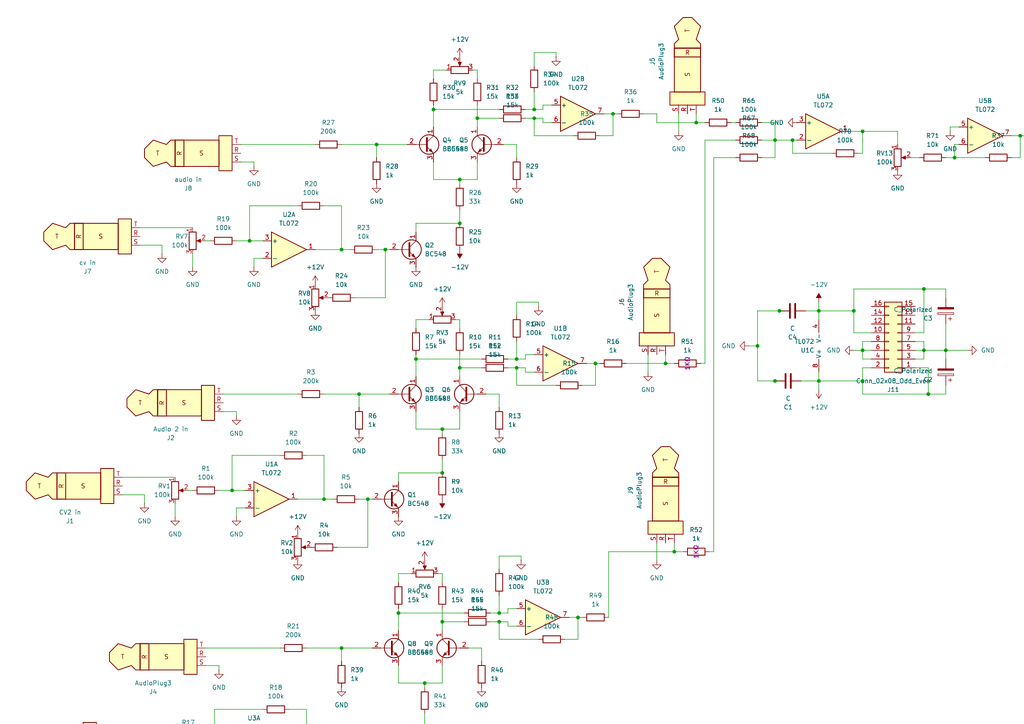
<source format=kicad_sch>
(kicad_sch (version 20250114) (generator "eeschema") (generator_version "9.0")
  (paper "A4")
  (junction (at 133.35 106.68))
  (junction (at 219.71 100.33))
  (junction (at 144.78 177.8))
  (junction (at 229.87 40.64))
  (junction (at 224.79 110.49))
  (junction (at 237.49 110.49))
  (junction (at 149.86 106.68))
  (junction (at 195.58 160.02))
  (junction (at 247.65 90.17))
  (junction (at 93.98 144.78))
  (junction (at 267.97 83.82))
  (junction (at 133.35 52.07))
  (junction (at 62.23 215.9))
  (junction (at 167.64 179.07))
  (junction (at 109.22 41.91))
  (junction (at 123.19 210.82))
  (junction (at 269.24 114.3))
  (junction (at 274.32 101.6))
  (junction (at 250.19 110.49))
  (junction (at 104.14 114.3))
  (junction (at 138.43 34.29))
  (junction (at 99.06 187.96))
  (junction (at 154.94 31.75))
  (junction (at 224.79 40.64))
  (junction (at 125.73 31.75))
  (junction (at 250.19 38.1))
  (junction (at 144.78 180.34))
  (junction (at 149.86 104.14))
  (junction (at 133.35 64.77))
  (junction (at 276.86 45.72))
  (junction (at 72.39 69.85))
  (junction (at 101.6 218.44))
  (junction (at 120.65 104.14))
  (junction (at 226.06 90.17))
  (junction (at 154.94 34.29))
  (junction (at 115.57 177.8))
  (junction (at 128.27 137.16))
  (junction (at 267.97 101.6))
  (junction (at 295.91 39.37))
  (junction (at 201.93 35.56))
  (junction (at 177.8 33.02))
  (junction (at 237.49 90.17))
  (junction (at 128.27 180.34))
  (junction (at 123.19 198.12))
  (junction (at 88.9 218.44))
  (junction (at 172.72 105.41))
  (junction (at 67.31 142.24))
  (junction (at 111.76 72.39))
  (junction (at 250.19 101.6))
  (junction (at 99.06 72.39))
  (junction (at 193.04 105.41))
  (junction (at 106.68 144.78))
  (junction (at 128.27 124.46))
  (wire (pts (xy 300.99 44.45) (xy 303.53 44.45)))
  (wire (pts (xy 201.93 35.56) (xy 204.47 35.56)))
  (wire (pts (xy 55.88 73.66) (xy 55.88 77.47)))
  (wire (pts (xy 274.32 111.76) (xy 274.32 114.3)))
  (wire (pts (xy 120.65 64.77) (xy 120.65 67.31)))
  (wire (pts (xy 237.49 110.49) (xy 237.49 107.95)))
  (wire (pts (xy 128.27 124.46) (xy 133.35 124.46)))
  (wire (pts (xy 138.43 30.48) (xy 138.43 34.29)))
  (wire (pts (xy 129.54 20.32) (xy 125.73 20.32)))
  (wire (pts (xy 104.14 114.3) (xy 113.03 114.3)))
  (wire (pts (xy 50.8 146.05) (xy 50.8 149.86)))
  (wire (pts (xy 219.71 100.33) (xy 219.71 90.17)))
  (wire (pts (xy 220.98 40.64) (xy 224.79 40.64)))
  (wire (pts (xy 250.19 38.1) (xy 260.35 38.1)))
  (wire (pts (xy 154.94 15.24) (xy 154.94 19.05)))
  (wire (pts (xy 88.9 218.44) (xy 91.44 218.44)))
  (wire (pts (xy 76.2 205.74) (xy 62.23 205.74)))
  (wire (pts (xy 295.91 45.72) (xy 295.91 39.37)))
  (wire (pts (xy 267.97 104.14) (xy 267.97 101.6)))
  (wire (pts (xy 267.97 101.6) (xy 274.32 101.6)))
  (wire (pts (xy 120.65 119.38) (xy 120.65 124.46)))
  (wire (pts (xy 220.98 35.56) (xy 224.79 35.56)))
  (wire (pts (xy 101.6 218.44) (xy 102.87 218.44)))
  (wire (pts (xy 147.32 104.14) (xy 149.86 104.14)))
  (wire (pts (xy 102.87 86.36) (xy 111.76 86.36)))
  (wire (pts (xy 168.91 111.76) (xy 172.72 111.76)))
  (wire (pts (xy 224.79 110.49) (xy 219.71 110.49)))
  (wire (pts (xy 220.98 45.72) (xy 224.79 45.72)))
  (wire (pts (xy 205.74 160.02) (xy 207.01 160.02)))
  (wire (pts (xy 267.97 101.6) (xy 267.97 99.06)))
  (wire (pts (xy 274.32 114.3) (xy 269.24 114.3)))
  (wire (pts (xy 99.06 59.69) (xy 93.98 59.69)))
  (wire (pts (xy 110.49 210.82) (xy 123.19 210.82)))
  (wire (pts (xy 154.94 34.29) (xy 154.94 39.37)))
  (wire (pts (xy 69.85 46.99) (xy 73.66 46.99)))
  (wire (pts (xy 250.19 110.49) (xy 250.19 106.68)))
  (wire (pts (xy 152.4 104.14) (xy 152.4 102.87)))
  (wire (pts (xy 237.49 92.71) (xy 237.49 90.17)))
  (wire (pts (xy 135.89 187.96) (xy 139.7 187.96)))
  (wire (pts (xy 149.86 87.63) (xy 156.21 87.63)))
  (wire (pts (xy 68.58 147.32) (xy 68.58 149.86)))
  (wire (pts (xy 120.65 102.87) (xy 120.65 104.14)))
  (wire (pts (xy 219.71 100.33) (xy 217.17 100.33)))
  (wire (pts (xy 181.61 105.41) (xy 193.04 105.41)))
  (wire (pts (xy 149.86 99.06) (xy 149.86 104.14)))
  (wire (pts (xy 247.65 90.17) (xy 247.65 83.82)))
  (wire (pts (xy 274.32 101.6) (xy 274.32 104.14)))
  (wire (pts (xy 196.85 33.02) (xy 196.85 38.1)))
  (wire (pts (xy 133.35 52.07) (xy 133.35 53.34)))
  (wire (pts (xy 93.98 144.78) (xy 93.98 132.08)))
  (wire (pts (xy 138.43 34.29) (xy 144.78 34.29)))
  (wire (pts (xy 157.48 35.56) (xy 160.02 35.56)))
  (wire (pts (xy 274.32 83.82) (xy 274.32 86.36)))
  (wire (pts (xy 123.19 198.12) (xy 128.27 198.12)))
  (wire (pts (xy 120.65 124.46) (xy 128.27 124.46)))
  (wire (pts (xy 99.06 187.96) (xy 99.06 191.77)))
  (wire (pts (xy 88.9 187.96) (xy 99.06 187.96)))
  (wire (pts (xy 149.86 104.14) (xy 152.4 104.14)))
  (wire (pts (xy 73.66 46.99) (xy 73.66 48.26)))
  (wire (pts (xy 152.4 102.87) (xy 154.94 102.87)))
  (wire (pts (xy 224.79 35.56) (xy 224.79 40.64)))
  (wire (pts (xy 252.73 101.6) (xy 250.19 101.6)))
  (wire (pts (xy 250.19 101.6) (xy 250.19 99.06)))
  (wire (pts (xy 247.65 83.82) (xy 267.97 83.82)))
  (wire (pts (xy 120.65 104.14) (xy 120.65 109.22)))
  (wire (pts (xy 73.66 74.93) (xy 76.2 74.93)))
  (wire (pts (xy 207.01 45.72) (xy 213.36 45.72)))
  (wire (pts (xy 128.27 166.37) (xy 128.27 168.91)))
  (wire (pts (xy 146.05 41.91) (xy 149.86 41.91)))
  (wire (pts (xy 58.42 215.9) (xy 62.23 215.9)))
  (wire (pts (xy 125.73 52.07) (xy 133.35 52.07)))
  (wire (pts (xy 109.22 72.39) (xy 111.76 72.39)))
  (wire (pts (xy 86.36 144.78) (xy 93.98 144.78)))
  (wire (pts (xy 147.32 176.53) (xy 149.86 176.53)))
  (wire (pts (xy 260.35 38.1) (xy 260.35 41.91)))
  (wire (pts (xy 278.13 36.83) (xy 275.59 36.83)))
  (wire (pts (xy 177.8 33.02) (xy 179.07 33.02)))
  (wire (pts (xy 267.97 99.06) (xy 265.43 99.06)))
  (wire (pts (xy 276.86 45.72) (xy 276.86 41.91)))
  (wire (pts (xy 172.72 111.76) (xy 172.72 105.41)))
  (wire (pts (xy 152.4 107.95) (xy 154.94 107.95)))
  (wire (pts (xy 35.56 138.43) (xy 50.8 138.43)))
  (wire (pts (xy 267.97 83.82) (xy 274.32 83.82)))
  (wire (pts (xy 247.65 96.52) (xy 247.65 90.17)))
  (wire (pts (xy 227.33 110.49) (xy 224.79 110.49)))
  (wire (pts (xy 228.6 90.17) (xy 226.06 90.17)))
  (wire (pts (xy 226.06 90.17) (xy 219.71 90.17)))
  (wire (pts (xy 154.94 26.67) (xy 154.94 31.75)))
  (wire (pts (xy 115.57 177.8) (xy 115.57 182.88)))
  (wire (pts (xy 250.19 110.49) (xy 237.49 110.49)))
  (wire (pts (xy 120.65 92.71) (xy 120.65 95.25)))
  (wire (pts (xy 128.27 124.46) (xy 128.27 125.73)))
  (wire (pts (xy 133.35 102.87) (xy 133.35 106.68)))
  (wire (pts (xy 144.78 161.29) (xy 144.78 165.1)))
  (wire (pts (xy 237.49 90.17) (xy 233.68 90.17)))
  (wire (pts (xy 276.86 41.91) (xy 278.13 41.91)))
  (wire (pts (xy 207.01 160.02) (xy 207.01 45.72)))
  (wire (pts (xy 269.24 114.3) (xy 250.19 114.3)))
  (wire (pts (xy 280.67 101.6) (xy 274.32 101.6)))
  (wire (pts (xy 229.87 40.64) (xy 231.14 40.64)))
  (wire (pts (xy 125.73 20.32) (xy 125.73 22.86)))
  (wire (pts (xy 99.06 41.91) (xy 109.22 41.91)))
  (wire (pts (xy 250.19 114.3) (xy 250.19 110.49)))
  (wire (pts (xy 237.49 110.49) (xy 232.41 110.49)))
  (wire (pts (xy 138.43 34.29) (xy 138.43 36.83)))
  (wire (pts (xy 149.86 106.68) (xy 152.4 106.68)))
  (wire (pts (xy 97.79 158.75) (xy 106.68 158.75)))
  (wire (pts (xy 172.72 105.41) (xy 173.99 105.41)))
  (wire (pts (xy 265.43 106.68) (xy 269.24 106.68)))
  (wire (pts (xy 30.48 217.17) (xy 36.83 217.17)))
  (wire (pts (xy 195.58 160.02) (xy 198.12 160.02)))
  (wire (pts (xy 125.73 46.99) (xy 125.73 52.07)))
  (wire (pts (xy 250.19 99.06) (xy 252.73 99.06)))
  (wire (pts (xy 190.5 35.56) (xy 201.93 35.56)))
  (wire (pts (xy 176.53 160.02) (xy 176.53 179.07)))
  (wire (pts (xy 265.43 96.52) (xy 267.97 96.52)))
  (wire (pts (xy 250.19 104.14) (xy 250.19 101.6)))
  (wire (pts (xy 111.76 72.39) (xy 111.76 86.36)))
  (wire (pts (xy 250.19 106.68) (xy 252.73 106.68)))
  (wire (pts (xy 151.13 161.29) (xy 151.13 162.56)))
  (wire (pts (xy 163.83 185.42) (xy 167.64 185.42)))
  (wire (pts (xy 88.9 205.74) (xy 83.82 205.74)))
  (wire (pts (xy 248.92 44.45) (xy 250.19 44.45)))
  (wire (pts (xy 133.35 92.71) (xy 133.35 95.25)))
  (wire (pts (xy 101.6 218.44) (xy 101.6 232.41)))
  (wire (pts (xy 274.32 45.72) (xy 276.86 45.72)))
  (wire (pts (xy 36.83 217.17) (xy 36.83 219.71)))
  (wire (pts (xy 161.29 15.24) (xy 161.29 16.51)))
  (wire (pts (xy 63.5 142.24) (xy 67.31 142.24)))
  (wire (pts (xy 187.96 102.87) (xy 187.96 107.95)))
  (wire (pts (xy 252.73 96.52) (xy 247.65 96.52)))
  (wire (pts (xy 115.57 177.8) (xy 134.62 177.8)))
  (wire (pts (xy 109.22 41.91) (xy 109.22 45.72)))
  (wire (pts (xy 138.43 46.99) (xy 138.43 52.07)))
  (wire (pts (xy 64.77 114.3) (xy 86.36 114.3)))
  (wire (pts (xy 138.43 20.32) (xy 138.43 22.86)))
  (wire (pts (xy 152.4 31.75) (xy 154.94 31.75)))
  (wire (pts (xy 154.94 31.75) (xy 157.48 31.75)))
  (wire (pts (xy 110.49 210.82) (xy 110.49 213.36)))
  (wire (pts (xy 140.97 114.3) (xy 144.78 114.3)))
  (wire (pts (xy 229.87 44.45) (xy 241.3 44.45)))
  (wire (pts (xy 149.86 111.76) (xy 161.29 111.76)))
  (wire (pts (xy 295.91 39.37) (xy 293.37 39.37)))
  (wire (pts (xy 144.78 114.3) (xy 144.78 118.11)))
  (wire (pts (xy 300.99 48.26) (xy 300.99 44.45)))
  (wire (pts (xy 106.68 144.78) (xy 107.95 144.78)))
  (wire (pts (xy 68.58 69.85) (xy 72.39 69.85)))
  (wire (pts (xy 93.98 132.08) (xy 88.9 132.08)))
  (wire (pts (xy 86.36 59.69) (xy 72.39 59.69)))
  (wire (pts (xy 224.79 40.64) (xy 229.87 40.64)))
  (wire (pts (xy 93.98 114.3) (xy 104.14 114.3)))
  (wire (pts (xy 64.77 119.38) (xy 68.58 119.38)))
  (wire (pts (xy 59.69 187.96) (xy 81.28 187.96)))
  (wire (pts (xy 157.48 30.48) (xy 160.02 30.48)))
  (wire (pts (xy 111.76 72.39) (xy 113.03 72.39)))
  (wire (pts (xy 46.99 71.12) (xy 46.99 73.66)))
  (wire (pts (xy 104.14 114.3) (xy 104.14 118.11)))
  (wire (pts (xy 115.57 193.04) (xy 115.57 198.12)))
  (wire (pts (xy 115.57 137.16) (xy 128.27 137.16)))
  (wire (pts (xy 139.7 187.96) (xy 139.7 191.77)))
  (wire (pts (xy 144.78 180.34) (xy 144.78 185.42)))
  (wire (pts (xy 147.32 180.34) (xy 147.32 181.61)))
  (wire (pts (xy 62.23 215.9) (xy 66.04 215.9)))
  (wire (pts (xy 193.04 102.87) (xy 193.04 105.41)))
  (wire (pts (xy 40.64 71.12) (xy 46.99 71.12)))
  (wire (pts (xy 203.2 105.41) (xy 204.47 105.41)))
  (wire (pts (xy 123.19 198.12) (xy 123.19 199.39)))
  (wire (pts (xy 81.28 218.44) (xy 88.9 218.44)))
  (wire (pts (xy 154.94 15.24) (xy 161.29 15.24)))
  (wire (pts (xy 157.48 31.75) (xy 157.48 30.48)))
  (wire (pts (xy 237.49 90.17) (xy 247.65 90.17)))
  (wire (pts (xy 125.73 31.75) (xy 125.73 36.83)))
  (wire (pts (xy 133.35 92.71) (xy 132.08 92.71)))
  (wire (pts (xy 142.24 177.8) (xy 144.78 177.8)))
  (wire (pts (xy 67.31 132.08) (xy 67.31 142.24)))
  (wire (pts (xy 229.87 40.64) (xy 229.87 44.45)))
  (wire (pts (xy 115.57 176.53) (xy 115.57 177.8)))
  (wire (pts (xy 154.94 34.29) (xy 157.48 34.29)))
  (wire (pts (xy 54.61 142.24) (xy 55.88 142.24)))
  (wire (pts (xy 115.57 198.12) (xy 123.19 198.12)))
  (wire (pts (xy 49.53 215.9) (xy 50.8 215.9)))
  (wire (pts (xy 144.78 180.34) (xy 147.32 180.34)))
  (wire (pts (xy 246.38 38.1) (xy 250.19 38.1)))
  (wire (pts (xy 219.71 110.49) (xy 219.71 100.33)))
  (wire (pts (xy 68.58 147.32) (xy 71.12 147.32)))
  (wire (pts (xy 104.14 144.78) (xy 106.68 144.78)))
  (wire (pts (xy 144.78 161.29) (xy 151.13 161.29)))
  (wire (pts (xy 72.39 69.85) (xy 76.2 69.85)))
  (wire (pts (xy 152.4 106.68) (xy 152.4 107.95)))
  (wire (pts (xy 190.5 33.02) (xy 190.5 35.56)))
  (wire (pts (xy 67.31 142.24) (xy 71.12 142.24)))
  (wire (pts (xy 293.37 45.72) (xy 295.91 45.72)))
  (wire (pts (xy 144.78 172.72) (xy 144.78 177.8)))
  (wire (pts (xy 73.66 74.93) (xy 73.66 77.47)))
  (wire (pts (xy 109.22 41.91) (xy 118.11 41.91)))
  (wire (pts (xy 133.35 119.38) (xy 133.35 124.46)))
  (wire (pts (xy 128.27 166.37) (xy 127 166.37)))
  (wire (pts (xy 40.64 66.04) (xy 55.88 66.04)))
  (wire (pts (xy 212.09 35.56) (xy 213.36 35.56)))
  (wire (pts (xy 125.73 30.48) (xy 125.73 31.75)))
  (wire (pts (xy 128.27 193.04) (xy 128.27 198.12)))
  (wire (pts (xy 201.93 33.02) (xy 201.93 35.56)))
  (wire (pts (xy 142.24 180.34) (xy 144.78 180.34)))
  (wire (pts (xy 154.94 39.37) (xy 166.37 39.37)))
  (wire (pts (xy 147.32 177.8) (xy 147.32 176.53)))
  (wire (pts (xy 128.27 180.34) (xy 134.62 180.34)))
  (wire (pts (xy 123.19 207.01) (xy 123.19 210.82)))
  (wire (pts (xy 267.97 101.6) (xy 265.43 101.6)))
  (wire (pts (xy 124.46 92.71) (xy 120.65 92.71)))
  (wire (pts (xy 99.06 72.39) (xy 99.06 59.69)))
  (wire (pts (xy 59.69 193.04) (xy 63.5 193.04)))
  (wire (pts (xy 99.06 218.44) (xy 101.6 218.44)))
  (wire (pts (xy 252.73 104.14) (xy 250.19 104.14)))
  (wire (pts (xy 120.65 64.77) (xy 133.35 64.77)))
  (wire (pts (xy 147.32 181.61) (xy 149.86 181.61)))
  (wire (pts (xy 269.24 106.68) (xy 269.24 114.3)))
  (wire (pts (xy 30.48 212.09) (xy 45.72 212.09)))
  (wire (pts (xy 176.53 160.02) (xy 195.58 160.02)))
  (wire (pts (xy 152.4 34.29) (xy 154.94 34.29)))
  (wire (pts (xy 224.79 40.64) (xy 224.79 45.72)))
  (wire (pts (xy 267.97 96.52) (xy 267.97 83.82)))
  (wire (pts (xy 265.43 104.14) (xy 267.97 104.14)))
  (wire (pts (xy 99.06 187.96) (xy 107.95 187.96)))
  (wire (pts (xy 91.44 72.39) (xy 99.06 72.39)))
  (wire (pts (xy 276.86 45.72) (xy 285.75 45.72)))
  (wire (pts (xy 99.06 72.39) (xy 101.6 72.39)))
  (wire (pts (xy 149.86 106.68) (xy 149.86 111.76)))
  (wire (pts (xy 237.49 113.03) (xy 237.49 110.49)))
  (wire (pts (xy 138.43 20.32) (xy 137.16 20.32)))
  (wire (pts (xy 81.28 132.08) (xy 67.31 132.08)))
  (wire (pts (xy 186.69 33.02) (xy 190.5 33.02)))
  (wire (pts (xy 264.16 45.72) (xy 266.7 45.72)))
  (wire (pts (xy 204.47 105.41) (xy 204.47 40.64)))
  (wire (pts (xy 193.04 105.41) (xy 195.58 105.41)))
  (wire (pts (xy 147.32 106.68) (xy 149.86 106.68)))
  (wire (pts (xy 195.58 157.48) (xy 195.58 160.02)))
  (wire (pts (xy 144.78 185.42) (xy 156.21 185.42)))
  (wire (pts (xy 62.23 205.74) (xy 62.23 215.9)))
  (wire (pts (xy 128.27 176.53) (xy 128.27 180.34)))
  (wire (pts (xy 35.56 143.51) (xy 41.91 143.51)))
  (wire (pts (xy 68.58 119.38) (xy 68.58 120.65)))
  (wire (pts (xy 165.1 179.07) (xy 167.64 179.07)))
  (wire (pts (xy 167.64 179.07) (xy 168.91 179.07)))
  (wire (pts (xy 133.35 106.68) (xy 133.35 109.22)))
  (wire (pts (xy 167.64 185.42) (xy 167.64 179.07)))
  (wire (pts (xy 247.65 101.6) (xy 250.19 101.6)))
  (wire (pts (xy 106.68 144.78) (xy 106.68 158.75)))
  (wire (pts (xy 275.59 36.83) (xy 275.59 38.1)))
  (wire (pts (xy 133.35 52.07) (xy 138.43 52.07)))
  (wire (pts (xy 41.91 143.51) (xy 41.91 146.05)))
  (wire (pts (xy 125.73 31.75) (xy 144.78 31.75)))
  (wire (pts (xy 175.26 33.02) (xy 177.8 33.02)))
  (wire (pts (xy 274.32 93.98) (xy 274.32 101.6)))
  (wire (pts (xy 88.9 218.44) (xy 88.9 205.74)))
  (wire (pts (xy 177.8 39.37) (xy 177.8 33.02)))
  (wire (pts (xy 63.5 220.98) (xy 63.5 223.52)))
  (wire (pts (xy 128.27 133.35) (xy 128.27 137.16)))
  (wire (pts (xy 133.35 106.68) (xy 139.7 106.68)))
  (wire (pts (xy 119.38 166.37) (xy 115.57 166.37)))
  (wire (pts (xy 115.57 166.37) (xy 115.57 168.91)))
  (wire (pts (xy 170.18 105.41) (xy 172.72 105.41)))
  (wire (pts (xy 59.69 69.85) (xy 60.96 69.85)))
  (wire (pts (xy 204.47 40.64) (xy 213.36 40.64)))
  (wire (pts (xy 72.39 59.69) (xy 72.39 69.85)))
  (wire (pts (xy 63.5 193.04) (xy 63.5 194.31)))
  (wire (pts (xy 173.99 39.37) (xy 177.8 39.37)))
  (wire (pts (xy 237.49 90.17) (xy 237.49 87.63)))
  (wire (pts (xy 156.21 87.63) (xy 156.21 88.9)))
  (wire (pts (xy 120.65 104.14) (xy 139.7 104.14)))
  (wire (pts (xy 128.27 180.34) (xy 128.27 182.88)))
  (wire (pts (xy 69.85 41.91) (xy 91.44 41.91)))
  (wire (pts (xy 157.48 34.29) (xy 157.48 35.56)))
  (wire (pts (xy 93.98 144.78) (xy 96.52 144.78)))
  (wire (pts (xy 45.72 219.71) (xy 45.72 223.52)))
  (wire (pts (xy 92.71 232.41) (xy 101.6 232.41)))
  (wire (pts (xy 250.19 44.45) (xy 250.19 38.1)))
  (wire (pts (xy 115.57 137.16) (xy 115.57 139.7)))
  (wire (pts (xy 149.86 87.63) (xy 149.86 91.44)))
  (wire (pts (xy 149.86 41.91) (xy 149.86 45.72)))
  (wire (pts (xy 133.35 60.96) (xy 133.35 64.77)))
  (wire (pts (xy 63.5 220.98) (xy 66.04 220.98)))
  (wire (pts (xy 144.78 177.8) (xy 147.32 177.8)))
  (wire (pts (xy 295.91 39.37) (xy 303.53 39.37)))
  (wire (pts (xy 190.5 157.48) (xy 190.5 162.56)))
  (symbol (lib_id "Connector_Audio:AudioPlug3") (at 54.61 44.45 0) (mirror x) (unit 1)
    (property "Reference" "J8" (at 54.61 54.61 0))
    (property "Value" "audio in" (at 54.61 52.07 0))
    (property "Footprint" "Connector_Audio:Jack_3.5mm_QingPu_WQP-PJ398SM_Vertical_CircularHoles" (effects (hide yes)))
    (property "Description" "Audio Jack, 3 Poles (Stereo / TRS)" (effects (hide yes)))
  )
  (symbol (lib_id "power:+12V") (at 123.19 162.56 0) (unit 1)
    (property "Reference" "#PWR033" (effects (hide yes)))
    (property "Value" "+12V" (at 123.19 157.48 0))
    (property "Description" "Power symbol creates a global label with name \"+12V\"" (effects (hide yes)))
  )
  (symbol (lib_id "power:GND") (at 73.66 48.26 0) (unit 1)
    (property "Reference" "#PWR029" (effects (hide yes)))
    (property "Value" "GND" (at 73.66 53.34 0))
    (property "Description" "Power symbol creates a global label with name \"GND\" , ground" (effects (hide yes)))
  )
  (symbol (lib_id "Amplifier_Operational:TL072") (at 285.75 39.37 0) (unit 2)
    (property "Reference" "U5" (at 285.75 29.21 0))
    (property "Value" "TL072" (at 285.75 31.75 0))
    (property "Footprint" "Package_DIP:DIP-8_W7.62mm" (effects (hide yes)))
    (property "Datasheet" "http://www.ti.com/lit/ds/symlink/tl071.pdf" (effects (hide yes)))
    (property "Description" "Dual Low-Noise JFET-Input Operational Amplifiers, DIP-8/SOIC-8" (effects (hide yes)))
  )
  (symbol (lib_id "Device:R") (at 144.78 168.91 0) (unit 1)
    (property "Reference" "R47" (at 147.32 167.6399 0) (effects (justify left)))
    (property "Value" "100k" (at 147.32 170.1799 0) (effects (justify left)))
    (property "Footprint" "Resistor_THT:R_Axial_DIN0207_L6.3mm_D2.5mm_P7.62mm_Horizontal" (effects (hide yes)))
    (property "Description" "Resistor" (effects (hide yes)))
  )
  (symbol (lib_id "power:GND") (at 86.36 162.56 0) (unit 1)
    (property "Reference" "#PWR06" (effects (hide yes)))
    (property "Value" "GND" (at 86.36 167.64 0))
    (property "Description" "Power symbol creates a global label with name \"GND\" , ground" (effects (hide yes)))
  )
  (symbol (lib_id "Device:R") (at 149.86 49.53 0) (unit 1)
    (property "Reference" "R29" (at 152.4 48.2599 0) (effects (justify left)))
    (property "Value" "1k" (at 152.4 50.7999 0) (effects (justify left)))
    (property "Footprint" "Resistor_THT:R_Axial_DIN0207_L6.3mm_D2.5mm_P7.62mm_Horizontal" (effects (hide yes)))
    (property "Description" "Resistor" (effects (hide yes)))
  )
  (symbol (lib_id "Device:R") (at 85.09 132.08 270) (unit 1)
    (property "Reference" "R2" (at 85.09 125.73 90))
    (property "Value" "100k" (at 85.09 128.27 90))
    (property "Footprint" "Resistor_THT:R_Axial_DIN0207_L6.3mm_D2.5mm_P7.62mm_Horizontal" (effects (hide yes)))
    (property "Description" "Resistor" (effects (hide yes)))
  )
  (symbol (lib_id "power:GND") (at 68.58 149.86 0) (unit 1)
    (property "Reference" "#PWR04" (effects (hide yes)))
    (property "Value" "GND" (at 68.58 154.94 0))
    (property "Description" "Power symbol creates a global label with name \"GND\" , ground" (effects (hide yes)))
  )
  (symbol (lib_id "power:+12V") (at 91.44 82.55 0) (unit 1)
    (property "Reference" "#PWR025" (effects (hide yes)))
    (property "Value" "+12V" (at 91.44 77.47 0))
    (property "Description" "Power symbol creates a global label with name \"+12V\"" (effects (hide yes)))
  )
  (symbol (lib_id "Connector_Audio:AudioPlug3") (at 318.77 41.91 180) (unit 1)
    (property "Reference" "J14" (at 318.77 52.07 0))
    (property "Value" "AudioPlug3" (at 318.77 49.53 0))
    (property "Footprint" "Connector_Audio:Jack_3.5mm_QingPu_WQP-PJ398SM_Vertical_CircularHoles" (effects (hide yes)))
    (property "Description" "Audio Jack, 3 Poles (Stereo / TRS)" (effects (hide yes)))
  )
  (symbol (lib_id "Device:R") (at 133.35 68.58 0) (unit 1)
    (property "Reference" "R25" (at 135.89 67.3099 0) (effects (justify left)))
    (property "Value" "10k" (at 135.89 69.8499 0) (effects (justify left)))
    (property "Footprint" "Resistor_THT:R_Axial_DIN0207_L6.3mm_D2.5mm_P7.62mm_Horizontal" (effects (hide yes)))
    (property "Description" "Resistor" (effects (hide yes)))
  )
  (symbol (lib_id "Transistor_BJT:BC548") (at 140.97 41.91 0) (mirror y) (unit 1)
    (property "Reference" "Q5" (at 135.89 40.6399 0) (effects (justify left)))
    (property "Value" "BC548" (at 135.89 43.1799 0) (effects (justify left)))
    (property "Footprint" "Package_TO_SOT_THT:TO-92_Inline" (effects (hide yes)))
    (property "Datasheet" "https://www.onsemi.com/pub/Collateral/BC550-D.pdf" (effects (hide yes)))
    (property "Description" "0.1A Ic, 30V Vce, Small Signal NPN Transistor, TO-92" (effects (hide yes)))
  )
  (symbol (lib_id "Device:R") (at 123.19 214.63 0) (unit 1)
    (property "Reference" "R42" (at 125.73 213.3599 0) (effects (justify left)))
    (property "Value" "10k" (at 125.73 215.8999 0) (effects (justify left)))
    (property "Footprint" "Resistor_THT:R_Axial_DIN0207_L6.3mm_D2.5mm_P7.62mm_Horizontal" (effects (hide yes)))
    (property "Description" "Resistor" (effects (hide yes)))
  )
  (symbol (lib_id "Device:R") (at 64.77 69.85 270) (unit 1)
    (property "Reference" "R19" (at 64.77 63.5 90))
    (property "Value" "100k" (at 64.77 66.04 90))
    (property "Footprint" "Resistor_THT:R_Axial_DIN0207_L6.3mm_D2.5mm_P7.62mm_Horizontal" (effects (hide yes)))
    (property "Description" "Resistor" (effects (hide yes)))
  )
  (symbol (lib_id "power:GND") (at 149.86 53.34 0) (unit 1)
    (property "Reference" "#PWR030" (effects (hide yes)))
    (property "Value" "GND" (at 149.86 58.42 0))
    (property "Description" "Power symbol creates a global label with name \"GND\" , ground" (effects (hide yes)))
  )
  (symbol (lib_id "Device:R") (at 154.94 22.86 0) (unit 1)
    (property "Reference" "R34" (at 157.48 21.5899 0) (effects (justify left)))
    (property "Value" "100k" (at 157.48 24.1299 0) (effects (justify left)))
    (property "Footprint" "Resistor_THT:R_Axial_DIN0207_L6.3mm_D2.5mm_P7.62mm_Horizontal" (effects (hide yes)))
    (property "Description" "Resistor" (effects (hide yes)))
  )
  (symbol (lib_id "Transistor_BJT:BC548") (at 107.95 218.44 0) (unit 1)
    (property "Reference" "Q7" (at 113.03 217.1699 0) (effects (justify left)))
    (property "Value" "BC548" (at 113.03 219.7099 0) (effects (justify left)))
    (property "Footprint" "Package_TO_SOT_THT:TO-92_Inline" (effects (hide yes)))
    (property "Datasheet" "https://www.onsemi.com/pub/Collateral/BC550-D.pdf" (effects (hide yes)))
    (property "Description" "0.1A Ic, 30V Vce, Small Signal NPN Transistor, TO-92" (effects (hide yes)))
  )
  (symbol (lib_id "Device:R") (at 149.86 95.25 0) (unit 1)
    (property "Reference" "R14" (at 152.4 93.9799 0) (effects (justify left)))
    (property "Value" "100k" (at 152.4 96.5199 0) (effects (justify left)))
    (property "Footprint" "Resistor_THT:R_Axial_DIN0207_L6.3mm_D2.5mm_P7.62mm_Horizontal" (effects (hide yes)))
    (property "Description" "Resistor" (effects (hide yes)))
  )
  (symbol (lib_id "Connector_Audio:AudioPlug3") (at 49.53 116.84 0) (mirror x) (unit 1)
    (property "Reference" "J2" (at 49.53 127 0))
    (property "Value" "Audio 2 in" (at 49.53 124.46 0))
    (property "Footprint" "Connector_Audio:Jack_3.5mm_QingPu_WQP-PJ398SM_Vertical_CircularHoles" (effects (hide yes)))
    (property "Description" "Audio Jack, 3 Poles (Stereo / TRS)" (effects (hide yes)))
  )
  (symbol (lib_id "Device:R_Potentiometer") (at 260.35 45.72 0) (unit 1)
    (property "Reference" "RV13" (at 259.08 44.4499 0) (effects (justify right)))
    (property "Value" "100k" (at 259.08 46.9899 0) (effects (justify right)))
    (property "Footprint" "Potentiometer_THT:Potentiometer_Alpha_RD901F-40-00D_Single_Vertical" (effects (hide yes)))
    (property "Description" "Potentiometer" (effects (hide yes)))
  )
  (symbol (lib_id "Device:R") (at 85.09 187.96 270) (unit 1)
    (property "Reference" "R21" (at 85.09 181.61 90))
    (property "Value" "200k" (at 85.09 184.15 90))
    (property "Footprint" "Resistor_THT:R_Axial_DIN0207_L6.3mm_D2.5mm_P7.62mm_Horizontal" (effects (hide yes)))
    (property "Description" "Resistor" (effects (hide yes)))
  )
  (symbol (lib_id "Device:R_Potentiometer") (at 133.35 20.32 90) (unit 1)
    (property "Reference" "RV9" (at 133.35 24.13 90))
    (property "Value" "5k" (at 133.35 26.67 90))
    (property "Footprint" "Potentiometer_THT:Potentiometer_Bourns_3296P_Horizontal" (effects (hide yes)))
    (property "Description" "Potentiometer" (effects (hide yes)))
  )
  (symbol (lib_id "Device:R") (at 289.56 45.72 90) (unit 1)
    (property "Reference" "R37" (at 289.56 39.37 90))
    (property "Value" "10k" (at 289.56 41.91 90))
    (property "Footprint" "Resistor_THT:R_Axial_DIN0207_L6.3mm_D2.5mm_P7.62mm_Horizontal" (effects (hide yes)))
    (property "Description" "Resistor" (effects (hide yes)))
  )
  (symbol (lib_id "Device:R_Potentiometer") (at 81.28 232.41 0) (unit 1)
    (property "Reference" "RV5" (at 80.01 231.1399 0) (effects (justify right)))
    (property "Value" "10k" (at 80.01 233.6799 0) (effects (justify right)))
    (property "Footprint" "Potentiometer_THT:Potentiometer_Bourns_3296P_Horizontal" (effects (hide yes)))
    (property "Description" "Potentiometer" (effects (hide yes)))
  )
  (symbol (lib_id "Device:R") (at 128.27 129.54 0) (unit 1)
    (property "Reference" "R8" (at 130.81 128.2699 0) (effects (justify left)))
    (property "Value" "33k" (at 130.81 130.8099 0) (effects (justify left)))
    (property "Footprint" "Resistor_THT:R_Axial_DIN0207_L6.3mm_D2.5mm_P7.62mm_Horizontal" (effects (hide yes)))
    (property "Description" "Resistor" (effects (hide yes)))
  )
  (symbol (lib_id "Amplifier_Operational:TL072") (at 162.56 105.41 0) (unit 2)
    (property "Reference" "U1" (at 162.56 95.25 0))
    (property "Value" "TL072" (at 162.56 97.79 0))
    (property "Footprint" "Package_DIP:DIP-8_W7.62mm" (effects (hide yes)))
    (property "Datasheet" "http://www.ti.com/lit/ds/symlink/tl071.pdf" (effects (hide yes)))
    (property "Description" "Dual Low-Noise JFET-Input Operational Amplifiers, DIP-8/SOIC-8" (effects (hide yes)))
  )
  (symbol (lib_id "Device:C") (at 228.6 110.49 270) (unit 1)
    (property "Reference" "C1" (at 228.6 118.11 90))
    (property "Value" "C" (at 228.6 115.57 90))
    (property "Footprint" "Capacitor_THT:C_Disc_D3.0mm_W1.6mm_P2.50mm" (effects (hide yes)))
    (property "Description" "Unpolarized capacitor" (effects (hide yes)))
  )
  (symbol (lib_id "power:GND") (at 63.5 223.52 0) (unit 1)
    (property "Reference" "#PWR016" (effects (hide yes)))
    (property "Value" "GND" (at 63.5 228.6 0))
    (property "Description" "Power symbol creates a global label with name \"GND\" , ground" (effects (hide yes)))
  )
  (symbol (lib_id "Device:R_Potentiometer") (at 123.19 166.37 90) (unit 1)
    (property "Reference" "RV6" (at 123.19 170.18 90))
    (property "Value" "5k" (at 123.19 172.72 90))
    (property "Footprint" "Potentiometer_THT:Potentiometer_Bourns_3296P_Horizontal" (effects (hide yes)))
    (property "Description" "Potentiometer" (effects (hide yes)))
  )
  (symbol (lib_id "power:GND") (at 156.21 88.9 0) (unit 1)
    (property "Reference" "#PWR012" (effects (hide yes)))
    (property "Value" "GND" (at 156.21 93.98 0))
    (property "Description" "Power symbol creates a global label with name \"GND\" , ground" (effects (hide yes)))
  )
  (symbol (lib_id "Device:R") (at 208.28 35.56 90) (unit 1)
    (property "Reference" "R50" (at 208.28 29.21 90))
    (property "Value" "1k" (at 208.28 31.75 90))
    (property "Footprint" "Resistor_THT:R_Axial_DIN0207_L6.3mm_D2.5mm_P7.62mm_Horizontal" (effects (hide yes)))
    (property "Datasheet" "1KΩ" (effects (hide yes)))
    (property "Description" "Resistor" (effects (hide yes)))
  )
  (symbol (lib_id "Device:R") (at 172.72 179.07 90) (unit 1)
    (property "Reference" "R49" (at 172.72 172.72 90))
    (property "Value" "1k" (at 172.72 175.26 90))
    (property "Footprint" "Resistor_THT:R_Axial_DIN0207_L6.3mm_D2.5mm_P7.62mm_Horizontal" (effects (hide yes)))
    (property "Description" "Resistor" (effects (hide yes)))
  )
  (symbol (lib_id "Device:R_Potentiometer") (at 50.8 142.24 0) (unit 1)
    (property "Reference" "RV1" (at 49.53 140.9699 0) (effects (justify right)))
    (property "Value" "100k" (at 49.53 143.5099 0) (effects (justify right)))
    (property "Footprint" "Potentiometer_THT:Potentiometer_Alpha_RD901F-40-00D_Single_Vertical" (effects (hide yes)))
    (property "Description" "Potentiometer" (effects (hide yes)))
  )
  (symbol (lib_id "Device:R") (at 199.39 105.41 90) (unit 1)
    (property "Reference" "R51" (at 199.39 99.06 90))
    (property "Value" "1k" (at 199.39 101.6 90))
    (property "Footprint" "Resistor_THT:R_Axial_DIN0207_L6.3mm_D2.5mm_P7.62mm_Horizontal" (effects (hide yes)))
    (property "Datasheet" "1KΩ" (at 199.39 105.41 0))
    (property "Description" "Resistor" (effects (hide yes)))
  )
  (symbol (lib_id "Device:R") (at 217.17 35.56 90) (unit 1)
    (property "Reference" "R66" (at 217.17 29.21 90))
    (property "Value" "100k" (at 217.17 31.75 90))
    (property "Footprint" "Resistor_THT:R_Axial_DIN0207_L6.3mm_D2.5mm_P7.62mm_Horizontal" (effects (hide yes)))
    (property "Description" "Resistor" (effects (hide yes)))
  )
  (symbol (lib_id "Device:R") (at 133.35 57.15 0) (unit 1)
    (property "Reference" "R26" (at 135.89 55.8799 0) (effects (justify left)))
    (property "Value" "33k" (at 135.89 58.4199 0) (effects (justify left)))
    (property "Footprint" "Resistor_THT:R_Axial_DIN0207_L6.3mm_D2.5mm_P7.62mm_Horizontal" (effects (hide yes)))
    (property "Description" "Resistor" (effects (hide yes)))
  )
  (symbol (lib_id "power:GND") (at 115.57 149.86 0) (unit 1)
    (property "Reference" "#PWR08" (effects (hide yes)))
    (property "Value" "GND" (at 115.57 154.94 0))
    (property "Description" "Power symbol creates a global label with name \"GND\" , ground" (effects (hide yes)))
  )
  (symbol (lib_id "power:GND") (at 144.78 125.73 0) (unit 1)
    (property "Reference" "#PWR011" (effects (hide yes)))
    (property "Value" "GND" (at 144.78 130.81 0))
    (property "Description" "Power symbol creates a global label with name \"GND\" , ground" (effects (hide yes)))
  )
  (symbol (lib_id "Device:R") (at 128.27 140.97 0) (unit 1)
    (property "Reference" "R9" (at 130.81 139.6999 0) (effects (justify left)))
    (property "Value" "10k" (at 130.81 142.2399 0) (effects (justify left)))
    (property "Footprint" "Resistor_THT:R_Axial_DIN0207_L6.3mm_D2.5mm_P7.62mm_Horizontal" (effects (hide yes)))
    (property "Description" "Resistor" (effects (hide yes)))
  )
  (symbol (lib_id "power:-12V") (at 133.35 72.39 180) (unit 1)
    (property "Reference" "#PWR027" (effects (hide yes)))
    (property "Value" "-12V" (at 133.35 77.47 0))
    (property "Description" "Power symbol creates a global label with name \"-12V\"" (effects (hide yes)))
  )
  (symbol (lib_id "Device:R") (at 217.17 40.64 90) (unit 1)
    (property "Reference" "R67" (at 217.17 34.29 90))
    (property "Value" "100k" (at 217.17 36.83 90))
    (property "Footprint" "Resistor_THT:R_Axial_DIN0207_L6.3mm_D2.5mm_P7.62mm_Horizontal" (effects (hide yes)))
    (property "Description" "Resistor" (effects (hide yes)))
  )
  (symbol (lib_id "Device:R") (at 95.25 41.91 270) (unit 1)
    (property "Reference" "R27" (at 95.25 35.56 90))
    (property "Value" "200k" (at 95.25 38.1 90))
    (property "Footprint" "Resistor_THT:R_Axial_DIN0207_L6.3mm_D2.5mm_P7.62mm_Horizontal" (effects (hide yes)))
    (property "Description" "Resistor" (effects (hide yes)))
  )
  (symbol (lib_id "power:GND") (at 196.85 38.1 0) (unit 1)
    (property "Reference" "#PWR037" (effects (hide yes)))
    (property "Value" "GND" (at 196.85 43.18 0))
    (property "Description" "Power symbol creates a global label with name \"GND\" , ground" (effects (hide yes)))
  )
  (symbol (lib_id "Device:R_Potentiometer") (at 128.27 92.71 90) (unit 1)
    (property "Reference" "RV3" (at 128.27 96.52 90))
    (property "Value" "5k" (at 128.27 99.06 90))
    (property "Footprint" "Potentiometer_THT:Potentiometer_Bourns_3296P_Horizontal" (effects (hide yes)))
    (property "Description" "Potentiometer" (effects (hide yes)))
  )
  (symbol (lib_id "power:GND") (at 260.35 49.53 0) (unit 1)
    (property "Reference" "#PWR054" (effects (hide yes)))
    (property "Value" "GND" (at 260.35 54.61 0))
    (property "Description" "Power symbol creates a global label with name \"GND\" , ground" (effects (hide yes)))
  )
  (symbol (lib_id "Device:R") (at 139.7 195.58 0) (unit 1)
    (property "Reference" "R46" (at 142.24 194.3099 0) (effects (justify left)))
    (property "Value" "1k" (at 142.24 196.8499 0) (effects (justify left)))
    (property "Footprint" "Resistor_THT:R_Axial_DIN0207_L6.3mm_D2.5mm_P7.62mm_Horizontal" (effects (hide yes)))
    (property "Description" "Resistor" (effects (hide yes)))
  )
  (symbol (lib_id "Device:R_Potentiometer") (at 45.72 215.9 0) (unit 1)
    (property "Reference" "RV4" (at 44.45 214.6299 0) (effects (justify right)))
    (property "Value" "100k" (at 44.45 217.1699 0) (effects (justify right)))
    (property "Footprint" "Potentiometer_THT:Potentiometer_Alpha_RD901F-40-00D_Single_Vertical" (effects (hide yes)))
    (property "Description" "Potentiometer" (effects (hide yes)))
  )
  (symbol (lib_id "Amplifier_Operational:TL072") (at 234.95 100.33 180) (unit 3)
    (property "Reference" "U1" (at 236.22 101.6001 0) (effects (justify left)))
    (property "Value" "TL072" (at 236.22 99.0601 0) (effects (justify left)))
    (property "Footprint" "Package_DIP:DIP-8_W7.62mm" (effects (hide yes)))
    (property "Datasheet" "http://www.ti.com/lit/ds/symlink/tl071.pdf" (effects (hide yes)))
    (property "Description" "Dual Low-Noise JFET-Input Operational Amplifiers, DIP-8/SOIC-8" (effects (hide yes)))
  )
  (symbol (lib_id "Device:R") (at 109.22 49.53 0) (unit 1)
    (property "Reference" "R28" (at 111.76 48.2599 0) (effects (justify left)))
    (property "Value" "1k" (at 111.76 50.7999 0) (effects (justify left)))
    (property "Footprint" "Resistor_THT:R_Axial_DIN0207_L6.3mm_D2.5mm_P7.62mm_Horizontal" (effects (hide yes)))
    (property "Description" "Resistor" (effects (hide yes)))
  )
  (symbol (lib_id "Transistor_BJT:BC548") (at 135.89 114.3 0) (mirror y) (unit 1)
    (property "Reference" "Q6" (at 130.81 113.0299 0) (effects (justify left)))
    (property "Value" "BC548" (at 130.81 115.5699 0) (effects (justify left)))
    (property "Footprint" "Package_TO_SOT_THT:TO-92_Inline" (effects (hide yes)))
    (property "Datasheet" "https://www.onsemi.com/pub/Collateral/BC550-D.pdf" (effects (hide yes)))
    (property "Description" "0.1A Ic, 30V Vce, Small Signal NPN Transistor, TO-92" (effects (hide yes)))
  )
  (symbol (lib_id "Device:R") (at 80.01 205.74 270) (unit 1)
    (property "Reference" "R18" (at 80.01 199.39 90))
    (property "Value" "100k" (at 80.01 201.93 90))
    (property "Footprint" "Resistor_THT:R_Axial_DIN0207_L6.3mm_D2.5mm_P7.62mm_Horizontal" (effects (hide yes)))
    (property "Description" "Resistor" (effects (hide yes)))
  )
  (symbol (lib_id "Device:R") (at 201.93 160.02 90) (unit 1)
    (property "Reference" "R52" (at 201.93 153.67 90))
    (property "Value" "1k" (at 201.93 156.21 90))
    (property "Footprint" "Resistor_THT:R_Axial_DIN0207_L6.3mm_D2.5mm_P7.62mm_Horizontal" (effects (hide yes)))
    (property "Datasheet" "1KΩ" (at 201.93 160.02 0))
    (property "Description" "Resistor" (effects (hide yes)))
  )
  (symbol (lib_id "Device:R") (at 104.14 121.92 0) (unit 1)
    (property "Reference" "R6" (at 106.68 120.6499 0) (effects (justify left)))
    (property "Value" "1k" (at 106.68 123.1899 0) (effects (justify left)))
    (property "Footprint" "Resistor_THT:R_Axial_DIN0207_L6.3mm_D2.5mm_P7.62mm_Horizontal" (effects (hide yes)))
    (property "Description" "Resistor" (effects (hide yes)))
  )
  (symbol (lib_id "power:GND") (at 139.7 199.39 0) (unit 1)
    (property "Reference" "#PWR035" (effects (hide yes)))
    (property "Value" "GND" (at 139.7 204.47 0))
    (property "Description" "Power symbol creates a global label with name \"GND\" , ground" (effects (hide yes)))
  )
  (symbol (lib_id "Device:R") (at 217.17 45.72 90) (unit 1)
    (property "Reference" "R68" (at 217.17 39.37 90))
    (property "Value" "100k" (at 217.17 41.91 90))
    (property "Footprint" "Resistor_THT:R_Axial_DIN0207_L6.3mm_D2.5mm_P7.62mm_Horizontal" (effects (hide yes)))
    (property "Description" "Resistor" (effects (hide yes)))
  )
  (symbol (lib_id "Transistor_BJT:BC548") (at 113.03 187.96 0) (unit 1)
    (property "Reference" "Q8" (at 118.11 186.6899 0) (effects (justify left)))
    (property "Value" "BC548" (at 118.11 189.2299 0) (effects (justify left)))
    (property "Footprint" "Package_TO_SOT_THT:TO-92_Inline" (effects (hide yes)))
    (property "Datasheet" "https://www.onsemi.com/pub/Collateral/BC550-D.pdf" (effects (hide yes)))
    (property "Description" "0.1A Ic, 30V Vce, Small Signal NPN Transistor, TO-92" (effects (hide yes)))
  )
  (symbol (lib_id "power:GND") (at 109.22 53.34 0) (unit 1)
    (property "Reference" "#PWR028" (effects (hide yes)))
    (property "Value" "GND" (at 109.22 58.42 0))
    (property "Description" "Power symbol creates a global label with name \"GND\" , ground" (effects (hide yes)))
  )
  (symbol (lib_id "Device:R") (at 115.57 172.72 0) (unit 1)
    (property "Reference" "R40" (at 118.11 171.4499 0) (effects (justify left)))
    (property "Value" "15k" (at 118.11 173.9899 0) (effects (justify left)))
    (property "Footprint" "Resistor_THT:R_Axial_DIN0207_L6.3mm_D2.5mm_P7.62mm_Horizontal" (effects (hide yes)))
    (property "Description" "Resistor" (effects (hide yes)))
  )
  (symbol (lib_id "Connector_Generic:Conn_02x08_Odd_Even") (at 260.35 99.06 180) (unit 1)
    (property "Reference" "J11" (at 259.08 113.03 0))
    (property "Value" "Conn_02x08_Odd_Even" (at 259.08 110.49 0))
    (property "Footprint" "Connector_IDC:IDC-Header_2x08_P2.54mm_Vertical" (effects (hide yes)))
    (property "Description" "Generic connector, double row, 02x08, odd/even pin numbering scheme (row 1 odd numbers, row 2 even numbers), script generated (kicad-library-utils/schlib/autogen/connector/)" (effects (hide yes)))
  )
  (symbol (lib_id "power:GND") (at 231.14 35.56 270) (unit 1)
    (property "Reference" "#PWR053" (effects (hide yes)))
    (property "Value" "GND" (at 227.33 35.5599 90) (effects (justify right)))
    (property "Description" "Power symbol creates a global label with name \"GND\" , ground" (effects (hide yes)))
  )
  (symbol (lib_id "Connector_Audio:AudioPlug3") (at 193.04 142.24 90) (mirror x) (unit 1)
    (property "Reference" "J9" (at 182.88 142.24 0))
    (property "Value" "AudioPlug3" (at 185.42 142.24 0))
    (property "Footprint" "Connector_Audio:Jack_3.5mm_QingPu_WQP-PJ398SM_Vertical_CircularHoles" (effects (hide yes)))
    (property "Description" "Audio Jack, 3 Poles (Stereo / TRS)" (effects (hide yes)))
  )
  (symbol (lib_id "Amplifier_Operational:TL072") (at 73.66 218.44 0) (unit 1)
    (property "Reference" "U3" (at 73.66 208.28 0))
    (property "Value" "TL072" (at 73.66 210.82 0))
    (property "Footprint" "Package_DIP:DIP-8_W7.62mm" (effects (hide yes)))
    (property "Datasheet" "http://www.ti.com/lit/ds/symlink/tl071.pdf" (effects (hide yes)))
    (property "Description" "Dual Low-Noise JFET-Input Operational Amplifiers, DIP-8/SOIC-8" (effects (hide yes)))
  )
  (symbol (lib_id "Device:R") (at 148.59 34.29 90) (unit 1)
    (property "Reference" "R33" (at 148.59 27.94 90))
    (property "Value" "15k" (at 148.59 30.48 90))
    (property "Footprint" "Resistor_THT:R_Axial_DIN0207_L6.3mm_D2.5mm_P7.62mm_Horizontal" (effects (hide yes)))
    (property "Description" "Resistor" (effects (hide yes)))
  )
  (symbol (lib_id "Device:R") (at 138.43 180.34 90) (unit 1)
    (property "Reference" "R45" (at 138.43 173.99 90))
    (property "Value" "15k" (at 138.43 176.53 90))
    (property "Footprint" "Resistor_THT:R_Axial_DIN0207_L6.3mm_D2.5mm_P7.62mm_Horizontal" (effects (hide yes)))
    (property "Description" "Resistor" (effects (hide yes)))
  )
  (symbol (lib_id "Device:R") (at 95.25 218.44 270) (unit 1)
    (property "Reference" "R38" (at 95.25 212.09 90))
    (property "Value" "10k" (at 95.25 214.63 90))
    (property "Footprint" "Resistor_THT:R_Axial_DIN0207_L6.3mm_D2.5mm_P7.62mm_Horizontal" (effects (hide yes)))
    (property "Description" "Resistor" (effects (hide yes)))
  )
  (symbol (lib_id "Device:R") (at 177.8 105.41 90) (unit 1)
    (property "Reference" "R16" (at 177.8 99.06 90))
    (property "Value" "1k" (at 177.8 101.6 90))
    (property "Footprint" "Resistor_THT:R_Axial_DIN0207_L6.3mm_D2.5mm_P7.62mm_Horizontal" (effects (hide yes)))
    (property "Description" "Resistor" (effects (hide yes)))
  )
  (symbol (lib_id "power:-12V") (at 237.49 87.63 0) (unit 1)
    (property "Reference" "#PWR043" (effects (hide yes)))
    (property "Value" "-12V" (at 237.49 82.55 0))
    (property "Description" "Power symbol creates a global label with name \"-12V\"" (effects (hide yes)))
  )
  (symbol (lib_id "Device:R") (at 148.59 31.75 90) (unit 1)
    (property "Reference" "R32" (at 148.59 25.4 90))
    (property "Value" "15k" (at 148.59 27.94 90))
    (property "Footprint" "Resistor_THT:R_Axial_DIN0207_L6.3mm_D2.5mm_P7.62mm_Horizontal" (effects (hide yes)))
    (property "Description" "Resistor" (effects (hide yes)))
  )
  (symbol (lib_id "power:+12V") (at 81.28 228.6 0) (unit 1)
    (property "Reference" "#PWR019" (effects (hide yes)))
    (property "Value" "+12V" (at 81.28 223.52 0))
    (property "Description" "Power symbol creates a global label with name \"+12V\"" (effects (hide yes)))
  )
  (symbol (lib_id "Amplifier_Operational:TL072") (at 78.74 144.78 0) (unit 1)
    (property "Reference" "U1" (at 78.74 134.62 0))
    (property "Value" "TL072" (at 78.74 137.16 0))
    (property "Footprint" "Package_DIP:DIP-8_W7.62mm" (effects (hide yes)))
    (property "Datasheet" "http://www.ti.com/lit/ds/symlink/tl071.pdf" (effects (hide yes)))
    (property "Description" "Dual Low-Noise JFET-Input Operational Amplifiers, DIP-8/SOIC-8" (effects (hide yes)))
  )
  (symbol (lib_id "Device:R") (at 100.33 144.78 270) (unit 1)
    (property "Reference" "R5" (at 100.33 138.43 90))
    (property "Value" "10k" (at 100.33 140.97 90))
    (property "Footprint" "Resistor_THT:R_Axial_DIN0207_L6.3mm_D2.5mm_P7.62mm_Horizontal" (effects (hide yes)))
    (property "Description" "Resistor" (effects (hide yes)))
  )
  (symbol (lib_id "Transistor_BJT:BC548") (at 113.03 144.78 0) (unit 1)
    (property "Reference" "Q1" (at 118.11 143.5099 0) (effects (justify left)))
    (property "Value" "BC548" (at 118.11 146.0499 0) (effects (justify left)))
    (property "Footprint" "Package_TO_SOT_THT:TO-92_Inline" (effects (hide yes)))
    (property "Datasheet" "https://www.onsemi.com/pub/Collateral/BC550-D.pdf" (effects (hide yes)))
    (property "Description" "0.1A Ic, 30V Vce, Small Signal NPN Transistor, TO-92" (effects (hide yes)))
  )
  (symbol (lib_id "power:GND") (at 81.28 236.22 0) (unit 1)
    (property "Reference" "#PWR020" (effects (hide yes)))
    (property "Value" "GND" (at 81.28 241.3 0))
    (property "Description" "Power symbol creates a global label with name \"GND\" , ground" (effects (hide yes)))
  )
  (symbol (lib_id "Amplifier_Operational:TL072") (at 238.76 38.1 0) (unit 1)
    (property "Reference" "U5" (at 238.76 27.94 0))
    (property "Value" "TL072" (at 238.76 30.48 0))
    (property "Footprint" "Package_DIP:DIP-8_W7.62mm" (effects (hide yes)))
    (property "Datasheet" "http://www.ti.com/lit/ds/symlink/tl071.pdf" (effects (hide yes)))
    (property "Description" "Dual Low-Noise JFET-Input Operational Amplifiers, DIP-8/SOIC-8" (effects (hide yes)))
  )
  (symbol (lib_id "Device:R") (at 245.11 44.45 90) (unit 1)
    (property "Reference" "R70" (at 245.11 38.1 90))
    (property "Value" "100k" (at 245.11 40.64 90))
    (property "Footprint" "Resistor_THT:R_Axial_DIN0207_L6.3mm_D2.5mm_P7.62mm_Horizontal" (effects (hide yes)))
    (property "Description" "Resistor" (effects (hide yes)))
  )
  (symbol (lib_id "power:+12V") (at 86.36 154.94 0) (unit 1)
    (property "Reference" "#PWR05" (effects (hide yes)))
    (property "Value" "+12V" (at 86.36 149.86 0))
    (property "Description" "Power symbol creates a global label with name \"+12V\"" (effects (hide yes)))
  )
  (symbol (lib_id "Device:R") (at 182.88 33.02 90) (unit 1)
    (property "Reference" "R36" (at 182.88 26.67 90))
    (property "Value" "1k" (at 182.88 29.21 90))
    (property "Footprint" "Resistor_THT:R_Axial_DIN0207_L6.3mm_D2.5mm_P7.62mm_Horizontal" (effects (hide yes)))
    (property "Description" "Resistor" (effects (hide yes)))
  )
  (symbol (lib_id "power:GND") (at 104.14 125.73 0) (unit 1)
    (property "Reference" "#PWR07" (effects (hide yes)))
    (property "Value" "GND" (at 104.14 130.81 0))
    (property "Description" "Power symbol creates a global label with name \"GND\" , ground" (effects (hide yes)))
  )
  (symbol (lib_id "Device:R") (at 143.51 104.14 90) (unit 1)
    (property "Reference" "R11" (at 143.51 97.79 90))
    (property "Value" "15k" (at 143.51 100.33 90))
    (property "Footprint" "Resistor_THT:R_Axial_DIN0207_L6.3mm_D2.5mm_P7.62mm_Horizontal" (effects (hide yes)))
    (property "Description" "Resistor" (effects (hide yes)))
  )
  (symbol (lib_id "Amplifier_Operational:TL072") (at 157.48 179.07 0) (unit 2)
    (property "Reference" "U3" (at 157.48 168.91 0))
    (property "Value" "TL072" (at 157.48 171.45 0))
    (property "Footprint" "Package_DIP:DIP-8_W7.62mm" (effects (hide yes)))
    (property "Datasheet" "http://www.ti.com/lit/ds/symlink/tl071.pdf" (effects (hide yes)))
    (property "Description" "Dual Low-Noise JFET-Input Operational Amplifiers, DIP-8/SOIC-8" (effects (hide yes)))
  )
  (symbol (lib_id "Device:R") (at 165.1 111.76 90) (unit 1)
    (property "Reference" "R15" (at 165.1 105.41 90))
    (property "Value" "100k" (at 165.1 107.95 90))
    (property "Footprint" "Resistor_THT:R_Axial_DIN0207_L6.3mm_D2.5mm_P7.62mm_Horizontal" (effects (hide yes)))
    (property "Description" "Resistor" (effects (hide yes)))
  )
  (symbol (lib_id "Device:C_Polarized") (at 274.32 90.17 180) (unit 1)
    (property "Reference" "C3" (at 270.51 92.3291 0) (effects (justify left)))
    (property "Value" "C_Polarized" (at 270.51 89.7891 0) (effects (justify left)))
    (property "Footprint" "Capacitor_THT:CP_Radial_D5.0mm_P2.50mm" (effects (hide yes)))
    (property "Description" "Polarized capacitor" (effects (hide yes)))
  )
  (symbol (lib_id "power:GND") (at 50.8 149.86 0) (unit 1)
    (property "Reference" "#PWR02" (effects (hide yes)))
    (property "Value" "GND" (at 50.8 154.94 0))
    (property "Description" "Power symbol creates a global label with name \"GND\" , ground" (effects (hide yes)))
  )
  (symbol (lib_id "Connector_Audio:AudioPlug3") (at 190.5 87.63 90) (mirror x) (unit 1)
    (property "Reference" "J6" (at 180.34 87.63 0))
    (property "Value" "AudioPlug3" (at 182.88 87.63 0))
    (property "Footprint" "Connector_Audio:Jack_3.5mm_QingPu_WQP-PJ398SM_Vertical_CircularHoles" (effects (hide yes)))
    (property "Description" "Audio Jack, 3 Poles (Stereo / TRS)" (effects (hide yes)))
  )
  (symbol (lib_id "power:GND") (at 161.29 16.51 0) (unit 1)
    (property "Reference" "#PWR032" (effects (hide yes)))
    (property "Value" "GND" (at 161.29 21.59 0))
    (property "Description" "Power symbol creates a global label with name \"GND\" , ground" (effects (hide yes)))
  )
  (symbol (lib_id "Connector_Audio:AudioPlug3") (at 20.32 140.97 0) (mirror x) (unit 1)
    (property "Reference" "J1" (at 20.32 151.13 0))
    (property "Value" "CV2 in" (at 20.32 148.59 0))
    (property "Footprint" "Connector_Audio:Jack_3.5mm_QingPu_WQP-PJ398SM_Vertical_CircularHoles" (effects (hide yes)))
    (property "Description" "Audio Jack, 3 Poles (Stereo / TRS)" (effects (hide yes)))
  )
  (symbol (lib_id "power:GND") (at 110.49 223.52 0) (unit 1)
    (property "Reference" "#PWR022" (effects (hide yes)))
    (property "Value" "GND" (at 110.49 228.6 0))
    (property "Description" "Power symbol creates a global label with name \"GND\" , ground" (effects (hide yes)))
  )
  (symbol (lib_id "Device:R") (at 54.61 215.9 270) (unit 1)
    (property "Reference" "R17" (at 54.61 209.55 90))
    (property "Value" "100k" (at 54.61 212.09 90))
    (property "Footprint" "Resistor_THT:R_Axial_DIN0207_L6.3mm_D2.5mm_P7.62mm_Horizontal" (effects (hide yes)))
    (property "Description" "Resistor" (effects (hide yes)))
  )
  (symbol (lib_id "power:GND") (at 300.99 48.26 0) (unit 1)
    (property "Reference" "#PWR056" (effects (hide yes)))
    (property "Value" "GND" (at 300.99 53.34 0))
    (property "Description" "Power symbol creates a global label with name \"GND\" , ground" (effects (hide yes)))
  )
  (symbol (lib_id "Device:R_Potentiometer") (at 91.44 86.36 0) (unit 1)
    (property "Reference" "RV8" (at 90.17 85.0899 0) (effects (justify right)))
    (property "Value" "10k" (at 90.17 87.6299 0) (effects (justify right)))
    (property "Footprint" "Potentiometer_THT:Potentiometer_Bourns_3296P_Horizontal" (effects (hide yes)))
    (property "Description" "Potentiometer" (effects (hide yes)))
  )
  (symbol (lib_id "Device:R") (at 99.06 195.58 0) (unit 1)
    (property "Reference" "R39" (at 101.6 194.3099 0) (effects (justify left)))
    (property "Value" "1k" (at 101.6 196.8499 0) (effects (justify left)))
    (property "Footprint" "Resistor_THT:R_Axial_DIN0207_L6.3mm_D2.5mm_P7.62mm_Horizontal" (effects (hide yes)))
    (property "Description" "Resistor" (effects (hide yes)))
  )
  (symbol (lib_id "power:GND") (at 151.13 162.56 0) (unit 1)
    (property "Reference" "#PWR036" (effects (hide yes)))
    (property "Value" "GND" (at 151.13 167.64 0))
    (property "Description" "Power symbol creates a global label with name \"GND\" , ground" (effects (hide yes)))
  )
  (symbol (lib_id "Amplifier_Operational:TL072") (at 83.82 72.39 0) (unit 1)
    (property "Reference" "U2" (at 83.82 62.23 0))
    (property "Value" "TL072" (at 83.82 64.77 0))
    (property "Footprint" "Package_DIP:DIP-8_W7.62mm" (effects (hide yes)))
    (property "Datasheet" "http://www.ti.com/lit/ds/symlink/tl071.pdf" (effects (hide yes)))
    (property "Description" "Dual Low-Noise JFET-Input Operational Amplifiers, DIP-8/SOIC-8" (effects (hide yes)))
  )
  (symbol (lib_id "Device:R") (at 144.78 121.92 0) (unit 1)
    (property "Reference" "R13" (at 147.32 120.6499 0) (effects (justify left)))
    (property "Value" "1k" (at 147.32 123.1899 0) (effects (justify left)))
    (property "Footprint" "Resistor_THT:R_Axial_DIN0207_L6.3mm_D2.5mm_P7.62mm_Horizontal" (effects (hide yes)))
    (property "Description" "Resistor" (effects (hide yes)))
  )
  (symbol (lib_id "Device:R") (at 90.17 114.3 270) (unit 1)
    (property "Reference" "R3" (at 90.17 107.95 90))
    (property "Value" "200k" (at 90.17 110.49 90))
    (property "Footprint" "Resistor_THT:R_Axial_DIN0207_L6.3mm_D2.5mm_P7.62mm_Horizontal" (effects (hide yes)))
    (property "Description" "Resistor" (effects (hide yes)))
  )
  (symbol (lib_id "power:GND") (at 63.5 194.31 0) (unit 1)
    (property "Reference" "#PWR015" (effects (hide yes)))
    (property "Value" "GND" (at 63.5 199.39 0))
    (property "Description" "Power symbol creates a global label with name \"GND\" , ground" (effects (hide yes)))
  )
  (symbol (lib_id "Device:R") (at 120.65 99.06 0) (unit 1)
    (property "Reference" "R7" (at 123.19 97.7899 0) (effects (justify left)))
    (property "Value" "15k" (at 123.19 100.3299 0) (effects (justify left)))
    (property "Footprint" "Resistor_THT:R_Axial_DIN0207_L6.3mm_D2.5mm_P7.62mm_Horizontal" (effects (hide yes)))
    (property "Description" "Resistor" (effects (hide yes)))
  )
  (symbol (lib_id "power:-12V") (at 123.19 218.44 180) (unit 1)
    (property "Reference" "#PWR034" (effects (hide yes)))
    (property "Value" "-12V" (at 123.19 223.52 0))
    (property "Description" "Power symbol creates a global label with name \"-12V\"" (effects (hide yes)))
  )
  (symbol (lib_id "Transistor_BJT:BC548") (at 118.11 72.39 0) (unit 1)
    (property "Reference" "Q2" (at 123.19 71.1199 0) (effects (justify left)))
    (property "Value" "BC548" (at 123.19 73.6599 0) (effects (justify left)))
    (property "Footprint" "Package_TO_SOT_THT:TO-92_Inline" (effects (hide yes)))
    (property "Datasheet" "https://www.onsemi.com/pub/Collateral/BC550-D.pdf" (effects (hide yes)))
    (property "Description" "0.1A Ic, 30V Vce, Small Signal NPN Transistor, TO-92" (effects (hide yes)))
  )
  (symbol (lib_id "Device:R") (at 128.27 172.72 0) (unit 1)
    (property "Reference" "R43" (at 130.81 171.4499 0) (effects (justify left)))
    (property "Value" "15k" (at 130.81 173.9899 0) (effects (justify left)))
    (property "Footprint" "Resistor_THT:R_Axial_DIN0207_L6.3mm_D2.5mm_P7.62mm_Horizontal" (effects (hide yes)))
    (property "Description" "Resistor" (effects (hide yes)))
  )
  (symbol (lib_id "Device:R") (at 99.06 86.36 270) (unit 1)
    (property "Reference" "R24" (at 99.06 80.01 90))
    (property "Value" "10k" (at 99.06 82.55 90))
    (property "Footprint" "Resistor_THT:R_Axial_DIN0207_L6.3mm_D2.5mm_P7.62mm_Horizontal" (effects (hide yes)))
    (property "Description" "Resistor" (effects (hide yes)))
  )
  (symbol (lib_id "power:GND") (at 217.17 100.33 270) (unit 1)
    (property "Reference" "#PWR044" (effects (hide yes)))
    (property "Value" "GND" (at 213.36 100.3301 90) (effects (justify right)))
    (property "Description" "Power symbol creates a global label with name \"GND\" , ground" (effects (hide yes)))
  )
  (symbol (lib_id "Device:R") (at 90.17 59.69 270) (unit 1)
    (property "Reference" "R20" (at 90.17 53.34 90))
    (property "Value" "100k" (at 90.17 55.88 90))
    (property "Footprint" "Resistor_THT:R_Axial_DIN0207_L6.3mm_D2.5mm_P7.62mm_Horizontal" (effects (hide yes)))
    (property "Description" "Resistor" (effects (hide yes)))
  )
  (symbol (lib_id "power:GND") (at 46.99 73.66 0) (unit 1)
    (property "Reference" "#PWR017" (effects (hide yes)))
    (property "Value" "GND" (at 46.99 78.74 0))
    (property "Description" "Power symbol creates a global label with name \"GND\" , ground" (effects (hide yes)))
  )
  (symbol (lib_id "power:GND") (at 36.83 219.71 0) (unit 1)
    (property "Reference" "#PWR013" (effects (hide yes)))
    (property "Value" "GND" (at 36.83 224.79 0))
    (property "Description" "Power symbol creates a global label with name \"GND\" , ground" (effects (hide yes)))
  )
  (symbol (lib_id "power:GND") (at 41.91 146.05 0) (unit 1)
    (property "Reference" "#PWR01" (effects (hide yes)))
    (property "Value" "GND" (at 41.91 151.13 0))
    (property "Description" "Power symbol creates a global label with name \"GND\" , ground" (effects (hide yes)))
  )
  (symbol (lib_id "Device:R_Potentiometer") (at 55.88 69.85 0) (unit 1)
    (property "Reference" "RV7" (at 54.61 68.5799 0) (effects (justify right)))
    (property "Value" "100k" (at 54.61 71.1199 0) (effects (justify right)))
    (property "Footprint" "Potentiometer_THT:Potentiometer_Alpha_RD901F-40-00D_Single_Vertical" (effects (hide yes)))
    (property "Description" "Potentiometer" (effects (hide yes)))
  )
  (symbol (lib_id "power:GND") (at 68.58 120.65 0) (unit 1)
    (property "Reference" "#PWR03" (effects (hide yes)))
    (property "Value" "GND" (at 68.58 125.73 0))
    (property "Description" "Power symbol creates a global label with name \"GND\" , ground" (effects (hide yes)))
  )
  (symbol (lib_id "Connector_Audio:AudioPlug3") (at 44.45 190.5 0) (mirror x) (unit 1)
    (property "Reference" "J4" (at 44.45 200.66 0))
    (property "Value" "AudioPlug3" (at 44.45 198.12 0))
    (property "Footprint" "Connector_Audio:Jack_3.5mm_QingPu_WQP-PJ398SM_Vertical_CircularHoles" (effects (hide yes)))
    (property "Description" "Audio Jack, 3 Poles (Stereo / TRS)" (effects (hide yes)))
  )
  (symbol (lib_id "power:+12V") (at 128.27 88.9 0) (unit 1)
    (property "Reference" "#PWR09" (effects (hide yes)))
    (property "Value" "+12V" (at 128.27 83.82 0))
    (property "Description" "Power symbol creates a global label with name \"+12V\"" (effects (hide yes)))
  )
  (symbol (lib_id "power:GND") (at 280.67 101.6 90) (unit 1)
    (property "Reference" "#PWR040" (effects (hide yes)))
    (property "Value" "GND" (at 284.48 101.6001 90) (effects (justify right)))
    (property "Description" "Power symbol creates a global label with name \"GND\" , ground" (effects (hide yes)))
  )
  (symbol (lib_id "power:GND") (at 99.06 199.39 0) (unit 1)
    (property "Reference" "#PWR021" (effects (hide yes)))
    (property "Value" "GND" (at 99.06 204.47 0))
    (property "Description" "Power symbol creates a global label with name \"GND\" , ground" (effects (hide yes)))
  )
  (symbol (lib_id "Device:R") (at 125.73 26.67 0) (unit 1)
    (property "Reference" "R30" (at 128.27 25.3999 0) (effects (justify left)))
    (property "Value" "15k" (at 128.27 27.9399 0) (effects (justify left)))
    (property "Footprint" "Resistor_THT:R_Axial_DIN0207_L6.3mm_D2.5mm_P7.62mm_Horizontal" (effects (hide yes)))
    (property "Description" "Resistor" (effects (hide yes)))
  )
  (symbol (lib_id "Device:C") (at 229.87 90.17 270) (unit 1)
    (property "Reference" "C4" (at 229.87 97.79 90))
    (property "Value" "C" (at 229.87 95.25 90))
    (property "Footprint" "Capacitor_THT:C_Disc_D3.0mm_W1.6mm_P2.50mm" (effects (hide yes)))
    (property "Description" "Unpolarized capacitor" (effects (hide yes)))
  )
  (symbol (lib_id "Amplifier_Operational:TL072") (at 167.64 33.02 0) (unit 2)
    (property "Reference" "U2" (at 167.64 22.86 0))
    (property "Value" "TL072" (at 167.64 25.4 0))
    (property "Footprint" "Package_DIP:DIP-8_W7.62mm" (effects (hide yes)))
    (property "Datasheet" "http://www.ti.com/lit/ds/symlink/tl071.pdf" (effects (hide yes)))
    (property "Description" "Dual Low-Noise JFET-Input Operational Amplifiers, DIP-8/SOIC-8" (effects (hide yes)))
  )
  (symbol (lib_id "Device:R") (at 123.19 203.2 0) (unit 1)
    (property "Reference" "R41" (at 125.73 201.9299 0) (effects (justify left)))
    (property "Value" "33k" (at 125.73 204.4699 0) (effects (justify left)))
    (property "Footprint" "Resistor_THT:R_Axial_DIN0207_L6.3mm_D2.5mm_P7.62mm_Horizontal" (effects (hide yes)))
    (property "Description" "Resistor" (effects (hide yes)))
  )
  (symbol (lib_id "Transistor_BJT:BC548") (at 118.11 114.3 0) (unit 1)
    (property "Reference" "Q3" (at 123.19 113.0299 0) (effects (justify left)))
    (property "Value" "BC548" (at 123.19 115.5699 0) (effects (justify left)))
    (property "Footprint" "Package_TO_SOT_THT:TO-92_Inline" (effects (hide yes)))
    (property "Datasheet" "https://www.onsemi.com/pub/Collateral/BC550-D.pdf" (effects (hide yes)))
    (property "Description" "0.1A Ic, 30V Vce, Small Signal NPN Transistor, TO-92" (effects (hide yes)))
  )
  (symbol (lib_id "Device:R") (at 270.51 45.72 90) (unit 1)
    (property "Reference" "R71" (at 270.51 39.37 90))
    (property "Value" "10k" (at 270.51 41.91 90))
    (property "Footprint" "Resistor_THT:R_Axial_DIN0207_L6.3mm_D2.5mm_P7.62mm_Horizontal" (effects (hide yes)))
    (property "Description" "Resistor" (effects (hide yes)))
  )
  (symbol (lib_id "Connector_Audio:AudioPlug3") (at 15.24 214.63 0) (mirror x) (unit 1)
    (property "Reference" "J3" (at 15.24 224.79 0))
    (property "Value" "AudioPlug3" (at 15.24 222.25 0))
    (property "Footprint" "Connector_Audio:Jack_3.5mm_QingPu_WQP-PJ398SM_Vertical_CircularHoles" (effects (hide yes)))
    (property "Description" "Audio Jack, 3 Poles (Stereo / TRS)" (effects (hide yes)))
  )
  (symbol (lib_id "Device:R_Potentiometer") (at 86.36 158.75 0) (unit 1)
    (property "Reference" "RV2" (at 85.09 157.4799 0) (effects (justify right)))
    (property "Value" "10k" (at 85.09 160.0199 0) (effects (justify right)))
    (property "Footprint" "Potentiometer_THT:Potentiometer_Bourns_3296P_Horizontal" (effects (hide yes)))
    (property "Description" "Potentiometer" (effects (hide yes)))
  )
  (symbol (lib_id "Device:R") (at 143.51 106.68 90) (unit 1)
    (property "Reference" "R12" (at 143.51 100.33 90))
    (property "Value" "15k" (at 143.51 102.87 90))
    (property "Footprint" "Resistor_THT:R_Axial_DIN0207_L6.3mm_D2.5mm_P7.62mm_Horizontal" (effects (hide yes)))
    (property "Description" "Resistor" (effects (hide yes)))
  )
  (symbol (lib_id "power:GND") (at 73.66 77.47 0) (unit 1)
    (property "Reference" "#PWR023" (effects (hide yes)))
    (property "Value" "GND" (at 73.66 82.55 0))
    (property "Description" "Power symbol creates a global label with name \"GND\" , ground" (effects (hide yes)))
  )
  (symbol (lib_id "Device:R") (at 138.43 177.8 90) (unit 1)
    (property "Reference" "R44" (at 138.43 171.45 90))
    (property "Value" "15k" (at 138.43 173.99 90))
    (property "Footprint" "Resistor_THT:R_Axial_DIN0207_L6.3mm_D2.5mm_P7.62mm_Horizontal" (effects (hide yes)))
    (property "Description" "Resistor" (effects (hide yes)))
  )
  (symbol (lib_id "power:GND") (at 275.59 38.1 0) (unit 1)
    (property "Reference" "#PWR055" (effects (hide yes)))
    (property "Value" "GND" (at 275.59 43.18 0))
    (property "Description" "Power symbol creates a global label with name \"GND\" , ground" (effects (hide yes)))
  )
  (symbol (lib_id "Device:R") (at 133.35 99.06 0) (unit 1)
    (property "Reference" "R10" (at 135.89 97.7899 0) (effects (justify left)))
    (property "Value" "15k" (at 135.89 100.3299 0) (effects (justify left)))
    (property "Footprint" "Resistor_THT:R_Axial_DIN0207_L6.3mm_D2.5mm_P7.62mm_Horizontal" (effects (hide yes)))
    (property "Description" "Resistor" (effects (hide yes)))
  )
  (symbol (lib_id "power:GND") (at 91.44 90.17 0) (unit 1)
    (property "Reference" "#PWR024" (effects (hide yes)))
    (property "Value" "GND" (at 91.44 95.25 0))
    (property "Description" "Power symbol creates a global label with name \"GND\" , ground" (effects (hide yes)))
  )
  (symbol (lib_id "Device:R") (at 160.02 185.42 90) (unit 1)
    (property "Reference" "R48" (at 160.02 179.07 90))
    (property "Value" "100k" (at 160.02 181.61 90))
    (property "Footprint" "Resistor_THT:R_Axial_DIN0207_L6.3mm_D2.5mm_P7.62mm_Horizontal" (effects (hide yes)))
    (property "Description" "Resistor" (effects (hide yes)))
  )
  (symbol (lib_id "Connector_Audio:AudioPlug3") (at 25.4 68.58 0) (mirror x) (unit 1)
    (property "Reference" "J7" (at 25.4 78.74 0))
    (property "Value" "cv in" (at 25.4 76.2 0))
    (property "Footprint" "Connector_Audio:Jack_3.5mm_QingPu_WQP-PJ398SM_Vertical_CircularHoles" (effects (hide yes)))
    (property "Description" "Audio Jack, 3 Poles (Stereo / TRS)" (effects (hide yes)))
  )
  (symbol (lib_id "power:GND") (at 247.65 101.6 270) (unit 1)
    (property "Reference" "#PWR041" (effects (hide yes)))
    (property "Value" "GND" (at 243.84 101.6001 90) (effects (justify right)))
    (property "Description" "Power symbol creates a global label with name \"GND\" , ground" (effects (hide yes)))
  )
  (symbol (lib_id "power:-12V") (at 128.27 144.78 180) (unit 1)
    (property "Reference" "#PWR010" (effects (hide yes)))
    (property "Value" "-12V" (at 128.27 149.86 0))
    (property "Description" "Power symbol creates a global label with name \"-12V\"" (effects (hide yes)))
  )
  (symbol (lib_id "Device:C_Polarized") (at 274.32 107.95 180) (unit 1)
    (property "Reference" "C2" (at 270.51 110.1091 0) (effects (justify left)))
    (property "Value" "C_Polarized" (at 270.51 107.5691 0) (effects (justify left)))
    (property "Footprint" "Capacitor_THT:CP_Radial_D5.0mm_P2.50mm" (effects (hide yes)))
    (property "Description" "Polarized capacitor" (effects (hide yes)))
  )
  (symbol (lib_id "Transistor_BJT:BC548") (at 123.19 41.91 0) (unit 1)
    (property "Reference" "Q4" (at 128.27 40.6399 0) (effects (justify left)))
    (property "Value" "BC548" (at 128.27 43.1799 0) (effects (justify left)))
    (property "Footprint" "Package_TO_SOT_THT:TO-92_Inline" (effects (hide yes)))
    (property "Datasheet" "https://www.onsemi.com/pub/Collateral/BC550-D.pdf" (effects (hide yes)))
    (property "Description" "0.1A Ic, 30V Vce, Small Signal NPN Transistor, TO-92" (effects (hide yes)))
  )
  (symbol (lib_id "Device:R") (at 170.18 39.37 90) (unit 1)
    (property "Reference" "R35" (at 170.18 33.02 90))
    (property "Value" "100k" (at 170.18 35.56 90))
    (property "Footprint" "Resistor_THT:R_Axial_DIN0207_L6.3mm_D2.5mm_P7.62mm_Horizontal" (effects (hide yes)))
    (property "Description" "Resistor" (effects (hide yes)))
  )
  (symbol (lib_id "Device:R") (at 93.98 158.75 270) (unit 1)
    (property "Reference" "R4" (at 93.98 152.4 90))
    (property "Value" "10k" (at 93.98 154.94 90))
    (property "Footprint" "Resistor_THT:R_Axial_DIN0207_L6.3mm_D2.5mm_P7.62mm_Horizontal" (effects (hide yes)))
    (property "Description" "Resistor" (effects (hide yes)))
  )
  (symbol (lib_id "power:+12V") (at 133.35 16.51 0) (unit 1)
    (property "Reference" "#PWR031" (effects (hide yes)))
    (property "Value" "+12V" (at 133.35 11.43 0))
    (property "Description" "Power symbol creates a global label with name \"+12V\"" (effects (hide yes)))
  )
  (symbol (lib_id "power:+12V") (at 237.49 113.03 180) (unit 1)
    (property "Reference" "#PWR042" (effects (hide yes)))
    (property "Value" "+12V" (at 237.49 118.11 0))
    (property "Description" "Power symbol creates a global label with name \"+12V\"" (effects (hide yes)))
  )
  (symbol (lib_id "power:GND") (at 187.96 107.95 0) (unit 1)
    (property "Reference" "#PWR038" (effects (hide yes)))
    (property "Value" "GND" (at 187.96 113.03 0))
    (property "Description" "Power symbol creates a global label with name \"GND\" , ground" (effects (hide yes)))
  )
  (symbol (lib_id "Device:R") (at 138.43 26.67 0) (unit 1)
    (property "Reference" "R31" (at 140.97 25.3999 0) (effects (justify left)))
    (property "Value" "15k" (at 140.97 27.9399 0) (effects (justify left)))
    (property "Footprint" "Resistor_THT:R_Axial_DIN0207_L6.3mm_D2.5mm_P7.62mm_Horizontal" (effects (hide yes)))
    (property "Description" "Resistor" (effects (hide yes)))
  )
  (symbol (lib_id "power:GND") (at 190.5 162.56 0) (unit 1)
    (property "Reference" "#PWR039" (effects (hide yes)))
    (property "Value" "GND" (at 190.5 167.64 0))
    (property "Description" "Power symbol creates a global label with name \"GND\" , ground" (effects (hide yes)))
  )
  (symbol (lib_id "Device:R") (at 88.9 232.41 270) (unit 1)
    (property "Reference" "R22" (at 88.9 226.06 90))
    (property "Value" "10k" (at 88.9 228.6 90))
    (property "Footprint" "Resistor_THT:R_Axial_DIN0207_L6.3mm_D2.5mm_P7.62mm_Horizontal" (effects (hide yes)))
    (property "Description" "Resistor" (effects (hide yes)))
  )
  (symbol (lib_id "power:GND") (at 120.65 77.47 0) (unit 1)
    (property "Reference" "#PWR026" (effects (hide yes)))
    (property "Value" "GND" (at 120.65 82.55 0))
    (property "Description" "Power symbol creates a global label with name \"GND\" , ground" (effects (hide yes)))
  )
  (symbol (lib_id "Transistor_BJT:BC548") (at 130.81 187.96 0) (mirror y) (unit 1)
    (property "Reference" "Q9" (at 125.73 186.6899 0) (effects (justify left)))
    (property "Value" "BC548" (at 125.73 189.2299 0) (effects (justify left)))
    (property "Footprint" "Package_TO_SOT_THT:TO-92_Inline" (effects (hide yes)))
    (property "Datasheet" "https://www.onsemi.com/pub/Collateral/BC550-D.pdf" (effects (hide yes)))
    (property "Description" "0.1A Ic, 30V Vce, Small Signal NPN Transistor, TO-92" (effects (hide yes)))
  )
  (symbol (lib_id "Device:R") (at 105.41 72.39 270) (unit 1)
    (property "Reference" "R23" (at 105.41 66.04 90))
    (property "Value" "10k" (at 105.41 68.58 90))
    (property "Footprint" "Resistor_THT:R_Axial_DIN0207_L6.3mm_D2.5mm_P7.62mm_Horizontal" (effects (hide yes)))
    (property "Description" "Resistor" (effects (hide yes)))
  )
  (symbol (lib_id "Connector_Audio:AudioPlug3") (at 199.39 17.78 90) (mirror x) (unit 1)
    (property "Reference" "J5" (at 189.23 17.78 0))
    (property "Value" "AudioPlug3" (at 191.77 17.78 0))
    (property "Footprint" "Connector_Audio:Jack_3.5mm_QingPu_WQP-PJ398SM_Vertical_CircularHoles" (effects (hide yes)))
    (property "Description" "Audio Jack, 3 Poles (Stereo / TRS)" (effects (hide yes)))
  )
  (symbol (lib_id "power:GND") (at 55.88 77.47 0) (unit 1)
    (property "Reference" "#PWR018" (effects (hide yes)))
    (property "Value" "GND" (at 55.88 82.55 0))
    (property "Description" "Power symbol creates a global label with name \"GND\" , ground" (effects (hide yes)))
  )
  (symbol (lib_id "Device:R") (at 59.69 142.24 270) (unit 1)
    (property "Reference" "R1" (at 59.69 135.89 90))
    (property "Value" "100k" (at 59.69 138.43 90))
    (property "Footprint" "Resistor_THT:R_Axial_DIN0207_L6.3mm_D2.5mm_P7.62mm_Horizontal" (effects (hide yes)))
    (property "Description" "Resistor" (effects (hide yes)))
  )
  (symbol (lib_id "power:GND") (at 45.72 223.52 0) (unit 1)
    (property "Reference" "#PWR014" (effects (hide yes)))
    (property "Value" "GND" (at 45.72 228.6 0))
    (property "Description" "Power symbol creates a global label with name \"GND\" , ground" (effects (hide yes)))
  )
)
</source>
